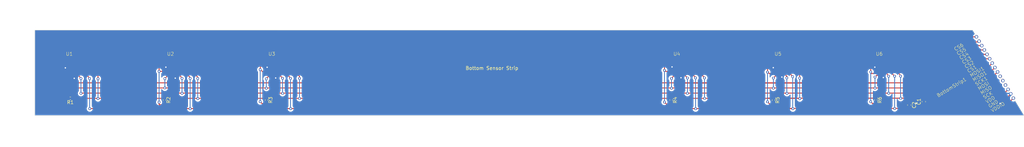
<source format=kicad_pcb>
(kicad_pcb (version 20221018) (generator pcbnew)
  (layers (0 "F.Cu" signal) (31 "B.Cu" signal) (34 "B.Paste" user) (35 "F.Paste" user) (36 "B.SilkS" user "B.Silkscreen") (37 "F.SilkS" user "F.Silkscreen") (38 "B.Mask" user) (39 "F.Mask" user) (44 "Edge.Cuts" user))
  (net 0 "")
  (net 1 "GND")
  (net 8 "Net-(BottomStrip1-VDDIO)")
  (net 9 "Net-(BottomStrip1-VDD)")
  (net 13 "Net-(BottomStrip1-SCK1)")
  (net 14 "Net-(BottomStrip1-MISO1)")
  (net 15 "Net-(BottomStrip1-MOSI1)")
  (net 16 "Net-(BottomStrip1-CS1)")
  (net 17 "Net-(BottomStrip1-CS2)")
  (net 18 "Net-(BottomStrip1-CS3)")
  (net 19 "Net-(BottomStrip1-CS4)")
  (net 20 "Net-(BottomStrip1-CS5)")
  (net 21 "Net-(BottomStrip1-CS6)")
  (footprint "Resistor_SMD:R_0402_1005Metric" (layer "F.Cu") (at 73.25 68 -90)
    (fp_text reference "R3" (at 0 -1.17 -90) (layer "F.SilkS"))
    (fp_text value "10k")
    (fp_line (start -0.153641 -0.38) (end 0.153641 -0.38) (stroke (width 0.12)) (layer "F.SilkS"))
    (fp_line (start -0.153641 0.38) (end 0.153641 0.38) (stroke (width 0.12)) (layer "F.SilkS"))
    (pad "1" smd roundrect (at -0.51 0 270) (size 0.54 0.64) (layers "F.Cu" "F.Paste" "F.Mask") (net 9 "Net-(BottomStrip1-VDD)"))
    (pad "2" smd roundrect (at 0.51 0 270) (size 0.54 0.64) (layers "F.Cu" "F.Paste" "F.Mask") (net 19 "Net-(BottomStrip1-CS4)"))
  )
  (footprint "Capacitor_SMD:C_0603_1608Metric" (layer "F.Cu") (at 265.53 68.47 90)
    (fp_text reference "C1" (at 0 -1.43 90) (layer "F.SilkS"))
    (fp_text value "470nF")
    (fp_line (start -0.14058 -0.51) (end 0.14058 -0.51) (stroke (width 0.12)) (layer "F.SilkS"))
    (fp_line (start -0.14058 0.51) (end 0.14058 0.51) (stroke (width 0.12)) (layer "F.SilkS"))
    (pad "1" smd roundrect (at -0.775 0 90) (size 0.9 0.95) (layers "F.Cu" "F.Paste" "F.Mask") (net 1 "GND"))
    (pad "2" smd roundrect (at 0.775 0 90) (size 0.9 0.95) (layers "F.Cu" "F.Paste" "F.Mask") (net 9 "Net-(BottomStrip1-VDD)"))
  )
  (footprint "Resistor_SMD:R_0402_1005Metric" (layer "F.Cu") (at 15.85 67.5 180)
    (fp_text reference "R1" (at 0 -1.17 180) (layer "F.SilkS"))
    (fp_text value "10k")
    (fp_line (start -0.153641 -0.38) (end 0.153641 -0.38) (stroke (width 0.12)) (layer "F.SilkS"))
    (fp_line (start -0.153641 0.38) (end 0.153641 0.38) (stroke (width 0.12)) (layer "F.SilkS"))
    (pad "1" smd roundrect (at -0.51 0 180) (size 0.54 0.64) (layers "F.Cu" "F.Paste" "F.Mask") (net 9 "Net-(BottomStrip1-VDD)"))
    (pad "2" smd roundrect (at 0.51 0 180) (size 0.54 0.64) (layers "F.Cu" "F.Paste" "F.Mask") (net 21 "Net-(BottomStrip1-CS6)"))
  )
  (footprint "BMP581:BMP581_Landing_Pattern" (layer "F.Cu") (at 45.16 59.95)
    (fp_text reference "U2" (at 0 -5.5 unlocked) (layer "F.SilkS") (effects (font (thickness 0.1))))
    (fp_text value "~")
    (pad "1" smd rect (at 0.75 -0.25) (size 0.325 0.3) (layers "F.Cu" "F.Paste" "F.Mask") (net 8 "Net-(BottomStrip1-VDDIO)"))
    (pad "2" smd rect (at 0.75 0.25) (size 0.325 0.3) (layers "F.Cu" "F.Paste" "F.Mask") (net 13 "Net-(BottomStrip1-SCK1)"))
    (pad "3" smd rect (at 0.5 0.775) (size 0.3 0.325) (layers "F.Cu" "F.Paste" "F.Mask") (net 1 "GND"))
    (pad "4" smd rect (at 0 0.775) (size 0.3 0.325) (layers "F.Cu" "F.Paste" "F.Mask") (net 15 "Net-(BottomStrip1-MOSI1)"))
    (pad "5" smd rect (at -0.5 0.775) (size 0.3 0.325) (layers "F.Cu" "F.Paste" "F.Mask") (net 14 "Net-(BottomStrip1-MISO1)"))
    (pad "6" smd rect (at -0.75 0.25) (size 0.325 0.3) (layers "F.Cu" "F.Paste" "F.Mask") (net 20 "Net-(BottomStrip1-CS5)"))
    (pad "7" smd rect (at -0.75 -0.25) (size 0.325 0.3) (layers "F.Cu" "F.Paste" "F.Mask"))
    (pad "8" smd rect (at -0.5 -0.775) (size 0.3 0.325) (layers "F.Cu" "F.Paste" "F.Mask") (net 1 "GND"))
    (pad "9" smd rect (at 0 -0.775) (size 0.3 0.325) (layers "F.Cu" "F.Paste" "F.Mask") (net 1 "GND"))
    (pad "10" smd rect (at 0.5 -0.775) (size 0.3 0.325) (layers "F.Cu" "F.Paste" "F.Mask") (net 9 "Net-(BottomStrip1-VDD)"))
  )
  (footprint "BMP581:BMP581_Landing_Pattern" (layer "F.Cu") (at 222.88 59.95)
    (fp_text reference "U5" (at 0 -5.5 unlocked) (layer "F.SilkS") (effects (font (thickness 0.1))))
    (fp_text value "~")
    (pad "1" smd rect (at 0.75 -0.25) (size 0.325 0.3) (layers "F.Cu" "F.Paste" "F.Mask") (net 8 "Net-(BottomStrip1-VDDIO)"))
    (pad "2" smd rect (at 0.75 0.25) (size 0.325 0.3) (layers "F.Cu" "F.Paste" "F.Mask") (net 13 "Net-(BottomStrip1-SCK1)"))
    (pad "3" smd rect (at 0.5 0.775) (size 0.3 0.325) (layers "F.Cu" "F.Paste" "F.Mask") (net 1 "GND"))
    (pad "4" smd rect (at 0 0.775) (size 0.3 0.325) (layers "F.Cu" "F.Paste" "F.Mask") (net 15 "Net-(BottomStrip1-MOSI1)"))
    (pad "5" smd rect (at -0.5 0.775) (size 0.3 0.325) (layers "F.Cu" "F.Paste" "F.Mask") (net 14 "Net-(BottomStrip1-MISO1)"))
    (pad "6" smd rect (at -0.75 0.25) (size 0.325 0.3) (layers "F.Cu" "F.Paste" "F.Mask") (net 17 "Net-(BottomStrip1-CS2)"))
    (pad "7" smd rect (at -0.75 -0.25) (size 0.325 0.3) (layers "F.Cu" "F.Paste" "F.Mask"))
    (pad "8" smd rect (at -0.5 -0.775) (size 0.3 0.325) (layers "F.Cu" "F.Paste" "F.Mask") (net 1 "GND"))
    (pad "9" smd rect (at 0 -0.775) (size 0.3 0.325) (layers "F.Cu" "F.Paste" "F.Mask") (net 1 "GND"))
    (pad "10" smd rect (at 0.5 -0.775) (size 0.3 0.325) (layers "F.Cu" "F.Paste" "F.Mask") (net 9 "Net-(BottomStrip1-VDD)"))
  )
  (footprint "Capacitor_SMD:C_0603_1608Metric" (layer "F.Cu") (at 261.28 69.47 -90)
    (fp_text reference "C2" (at 0 -1.43 90) (layer "F.SilkS"))
    (fp_text value "470nF")
    (fp_line (start -0.14058 -0.51) (end 0.14058 -0.51) (stroke (width 0.12)) (layer "F.SilkS"))
    (fp_line (start -0.14058 0.51) (end 0.14058 0.51) (stroke (width 0.12)) (layer "F.SilkS"))
    (pad "1" smd roundrect (at -0.775 0 270) (size 0.9 0.95) (layers "F.Cu" "F.Paste" "F.Mask") (net 1 "GND"))
    (pad "2" smd roundrect (at 0.775 0 270) (size 0.9 0.95) (layers "F.Cu" "F.Paste" "F.Mask") (net 8 "Net-(BottomStrip1-VDDIO)"))
  )
  (footprint "BMP581:Strip_pins_bottom" (layer "F.Cu") (at 285.05 59.22 30.97)
    (fp_text reference "BottomStrip1" (at -12.375 -1.525 30.97 unlocked) (layer "F.SilkS") (effects (font (thickness 0.1))))
    (fp_text value "std_master_output")
    (fp_text user "MISO1" (at -6 0.5 30.97 unlocked) (layer "F.SilkS") (effects (font (thickness 0.1)) (justify left bottom)))
    (fp_text user "MOSI1" (at -6 -1 30.97 unlocked) (layer "F.SilkS") (effects (font (thickness 0.1)) (justify left bottom)))
    (fp_text user "GND" (at -6 9.5 30.97 unlocked) (layer "F.SilkS") (effects (font (thickness 0.1)) (justify left bottom)))
    (fp_text user "SCK" (at -6 6.5 30.97 unlocked) (layer "F.SilkS") (effects (font (thickness 0.1)) (justify left bottom)))
    (fp_text user "CS4" (at -6 -7 30.97 unlocked) (layer "F.SilkS") (effects (font (thickness 0.1)) (justify left bottom)))
    (fp_text user "CS2" (at -6 -4 30.97 unlocked) (layer "F.SilkS") (effects (font (thickness 0.1)) (justify left bottom)))
    (fp_text user "MOSI" (at -6 3.5 30.97 unlocked) (layer "F.SilkS") (effects (font (thickness 0.1)) (justify left bottom)))
    (fp_text user "VDDIO" (at -6 11 30.97 unlocked) (layer "F.SilkS") (effects (font (thickness 0.1)) (justify left bottom)))
    (fp_text user "SCK1" (at -6 2 30.97 unlocked) (layer "F.SilkS") (effects (font (thickness 0.1)) (justify left bottom)))
    (fp_text user "CS3" (at -6 -5.5 30.97 unlocked) (layer "F.SilkS") (effects (font (thickness 0.1)) (justify left bottom)))
    (fp_text user "CS1" (at -6 -2.5 30.97 unlocked) (layer "F.SilkS") (effects (font (thickness 0.1)) (justify left bottom)))
    (fp_text user "VDD" (at -6 8 30.97 unlocked) (layer "F.SilkS") (effects (font (thickness 0.1)) (justify left bottom)))
    (fp_text user "MISO" (at -6 5 30.97 unlocked) (layer "F.SilkS") (effects (font (thickness 0.1)) (justify left bottom)))
    (fp_text user "CS6" (at -6 -10 30.97 unlocked) (layer "F.SilkS") (effects (font (thickness 0.1)) (justify left bottom)))
    (fp_text user "CS5" (at -6 -8.5 30.97 unlocked) (layer "F.SilkS") (effects (font (thickness 0.1)) (justify left bottom)))
    (pad "1" thru_hole circle (at 1.5 10.5 30.97) (size 1 1) (drill 0.6) (layers "*.Cu" "*.Mask") (net 8 "Net-(BottomStrip1-VDDIO)"))
    (pad "2" thru_hole circle (at 1.5 9 30.97) (size 1 1) (drill 0.6) (layers "*.Cu" "*.Mask") (net 1 "GND"))
    (pad "3" thru_hole circle (at 1.5 7.5 30.97) (size 1 1) (drill 0.6) (layers "*.Cu" "*.Mask") (net 9 "Net-(BottomStrip1-VDD)"))
    (pad "4" thru_hole circle (at 1.5 6 30.97) (size 1 1) (drill 0.6) (layers "*.Cu" "*.Mask"))
    (pad "5" thru_hole circle (at 1.5 4.5 30.97) (size 1 1) (drill 0.6) (layers "*.Cu" "*.Mask"))
    (pad "6" thru_hole circle (at 1.5 3 30.97) (size 1 1) (drill 0.6) (layers "*.Cu" "*.Mask"))
    (pad "7" thru_hole circle (at 1.5 1.5 30.97) (size 1 1) (drill 0.6) (layers "*.Cu" "*.Mask") (net 13 "Net-(BottomStrip1-SCK1)"))
    (pad "8" thru_hole circle (at 1.5 0 30.97) (size 1 1) (drill 0.6) (layers "*.Cu" "*.Mask") (net 14 "Net-(BottomStrip1-MISO1)"))
    (pad "9" thru_hole circle (at 1.5 -1.5 30.97) (size 1 1) (drill 0.6) (layers "*.Cu" "*.Mask") (net 15 "Net-(BottomStrip1-MOSI1)"))
    (pad "10" thru_hole circle (at 1.5 -3 30.97) (size 1 1) (drill 0.6) (layers "*.Cu" "*.Mask") (net 16 "Net-(BottomStrip1-CS1)"))
    (pad "11" thru_hole circle (at 1.5 -4.5 30.97) (size 1 1) (drill 0.6) (layers "*.Cu" "*.Mask") (net 17 "Net-(BottomStrip1-CS2)"))
    (pad "12" thru_hole circle (at 1.5 -6 30.97) (size 1 1) (drill 0.6) (layers "*.Cu" "*.Mask") (net 18 "Net-(BottomStrip1-CS3)"))
    (pad "13" thru_hole circle (at 1.5 -7.5 30.97) (size 1 1) (drill 0.6) (layers "*.Cu" "*.Mask") (net 19 "Net-(BottomStrip1-CS4)"))
    (pad "14" thru_hole circle (at 1.5 -9 30.97) (size 1 1) (drill 0.6) (layers "*.Cu" "*.Mask") (net 20 "Net-(BottomStrip1-CS5)"))
    (pad "15" thru_hole circle (at 1.5 -10.5 30.97) (size 1 1) (drill 0.6) (layers "*.Cu" "*.Mask") (net 21 "Net-(BottomStrip1-CS6)"))
  )
  (footprint "Resistor_SMD:R_0402_1005Metric" (layer "F.Cu") (at 43.425 68 -90)
    (fp_text reference "R2" (at 0 -1.17 -90) (layer "F.SilkS"))
    (fp_text value "10k")
    (fp_line (start -0.153641 -0.38) (end 0.153641 -0.38) (stroke (width 0.12)) (layer "F.SilkS"))
    (fp_line (start -0.153641 0.38) (end 0.153641 0.38) (stroke (width 0.12)) (layer "F.SilkS"))
    (pad "1" smd roundrect (at -0.51 0 270) (size 0.54 0.64) (layers "F.Cu" "F.Paste" "F.Mask") (net 9 "Net-(BottomStrip1-VDD)"))
    (pad "2" smd roundrect (at 0.51 0 270) (size 0.54 0.64) (layers "F.Cu" "F.Paste" "F.Mask") (net 20 "Net-(BottomStrip1-CS5)"))
  )
  (footprint "BMP581:BMP581_Landing_Pattern" (layer "F.Cu") (at 252.5 59.95)
    (fp_text reference "U6" (at 0 -5.5 unlocked) (layer "F.SilkS") (effects (font (thickness 0.1))))
    (fp_text value "~")
    (pad "1" smd rect (at 0.75 -0.25) (size 0.325 0.3) (layers "F.Cu" "F.Paste" "F.Mask") (net 8 "Net-(BottomStrip1-VDDIO)"))
    (pad "2" smd rect (at 0.75 0.25) (size 0.325 0.3) (layers "F.Cu" "F.Paste" "F.Mask") (net 13 "Net-(BottomStrip1-SCK1)"))
    (pad "3" smd rect (at 0.5 0.775) (size 0.3 0.325) (layers "F.Cu" "F.Paste" "F.Mask") (net 1 "GND"))
    (pad "4" smd rect (at 0 0.775) (size 0.3 0.325) (layers "F.Cu" "F.Paste" "F.Mask") (net 15 "Net-(BottomStrip1-MOSI1)"))
    (pad "5" smd rect (at -0.5 0.775) (size 0.3 0.325) (layers "F.Cu" "F.Paste" "F.Mask") (net 14 "Net-(BottomStrip1-MISO1)"))
    (pad "6" smd rect (at -0.75 0.25) (size 0.325 0.3) (layers "F.Cu" "F.Paste" "F.Mask") (net 16 "Net-(BottomStrip1-CS1)"))
    (pad "7" smd rect (at -0.75 -0.25) (size 0.325 0.3) (layers "F.Cu" "F.Paste" "F.Mask"))
    (pad "8" smd rect (at -0.5 -0.775) (size 0.3 0.325) (layers "F.Cu" "F.Paste" "F.Mask") (net 1 "GND"))
    (pad "9" smd rect (at 0 -0.775) (size 0.3 0.325) (layers "F.Cu" "F.Paste" "F.Mask") (net 1 "GND"))
    (pad "10" smd rect (at 0.5 -0.775) (size 0.3 0.325) (layers "F.Cu" "F.Paste" "F.Mask") (net 9 "Net-(BottomStrip1-VDD)"))
  )
  (footprint "BMP581:BMP581_Landing_Pattern" (layer "F.Cu") (at 15.54 59.95)
    (fp_text reference "U1" (at 0 -5.5 unlocked) (layer "F.SilkS") (effects (font (thickness 0.1))))
    (fp_text value "~")
    (pad "1" smd rect (at 0.75 -0.25) (size 0.325 0.3) (layers "F.Cu" "F.Paste" "F.Mask") (net 8 "Net-(BottomStrip1-VDDIO)"))
    (pad "2" smd rect (at 0.75 0.25) (size 0.325 0.3) (layers "F.Cu" "F.Paste" "F.Mask") (net 13 "Net-(BottomStrip1-SCK1)"))
    (pad "3" smd rect (at 0.5 0.775) (size 0.3 0.325) (layers "F.Cu" "F.Paste" "F.Mask") (net 1 "GND"))
    (pad "4" smd rect (at 0 0.775) (size 0.3 0.325) (layers "F.Cu" "F.Paste" "F.Mask") (net 15 "Net-(BottomStrip1-MOSI1)"))
    (pad "5" smd rect (at -0.5 0.775) (size 0.3 0.325) (layers "F.Cu" "F.Paste" "F.Mask") (net 14 "Net-(BottomStrip1-MISO1)"))
    (pad "6" smd rect (at -0.75 0.25) (size 0.325 0.3) (layers "F.Cu" "F.Paste" "F.Mask") (net 21 "Net-(BottomStrip1-CS6)"))
    (pad "7" smd rect (at -0.75 -0.25) (size 0.325 0.3) (layers "F.Cu" "F.Paste" "F.Mask"))
    (pad "8" smd rect (at -0.5 -0.775) (size 0.3 0.325) (layers "F.Cu" "F.Paste" "F.Mask") (net 1 "GND"))
    (pad "9" smd rect (at 0 -0.775) (size 0.3 0.325) (layers "F.Cu" "F.Paste" "F.Mask") (net 1 "GND"))
    (pad "10" smd rect (at 0.5 -0.775) (size 0.3 0.325) (layers "F.Cu" "F.Paste" "F.Mask") (net 9 "Net-(BottomStrip1-VDD)"))
  )
  (footprint "Resistor_SMD:R_0402_1005Metric" (layer "F.Cu") (at 191.625 68 -90)
    (fp_text reference "R4" (at 0 -1.17 -90) (layer "F.SilkS"))
    (fp_text value "10k")
    (fp_line (start -0.153641 -0.38) (end 0.153641 -0.38) (stroke (width 0.12)) (layer "F.SilkS"))
    (fp_line (start -0.153641 0.38) (end 0.153641 0.38) (stroke (width 0.12)) (layer "F.SilkS"))
    (pad "1" smd roundrect (at -0.51 0 270) (size 0.54 0.64) (layers "F.Cu" "F.Paste" "F.Mask") (net 9 "Net-(BottomStrip1-VDD)"))
    (pad "2" smd roundrect (at 0.51 0 270) (size 0.54 0.64) (layers "F.Cu" "F.Paste" "F.Mask") (net 18 "Net-(BottomStrip1-CS3)"))
  )
  (footprint "Resistor_SMD:R_0402_1005Metric" (layer "F.Cu") (at 221.575 68.025 -90)
    (fp_text reference "R5" (at 0 -1.17 -90) (layer "F.SilkS"))
    (fp_text value "10k")
    (fp_line (start -0.153641 -0.38) (end 0.153641 -0.38) (stroke (width 0.12)) (layer "F.SilkS"))
    (fp_line (start -0.153641 0.38) (end 0.153641 0.38) (stroke (width 0.12)) (layer "F.SilkS"))
    (pad "1" smd roundrect (at -0.51 0 270) (size 0.54 0.64) (layers "F.Cu" "F.Paste" "F.Mask") (net 9 "Net-(BottomStrip1-VDD)"))
    (pad "2" smd roundrect (at 0.51 0 270) (size 0.54 0.64) (layers "F.Cu" "F.Paste" "F.Mask") (net 17 "Net-(BottomStrip1-CS2)"))
  )
  (footprint "Resistor_SMD:R_0402_1005Metric" (layer "F.Cu") (at 251.5 68 -90)
    (fp_text reference "R6" (at 0 -1.17 -90) (layer "F.SilkS"))
    (fp_text value "10k")
    (fp_line (start -0.153641 -0.38) (end 0.153641 -0.38) (stroke (width 0.12)) (layer "F.SilkS"))
    (fp_line (start -0.153641 0.38) (end 0.153641 0.38) (stroke (width 0.12)) (layer "F.SilkS"))
    (pad "1" smd roundrect (at -0.51 0 270) (size 0.54 0.64) (layers "F.Cu" "F.Paste" "F.Mask") (net 9 "Net-(BottomStrip1-VDD)"))
    (pad "2" smd roundrect (at 0.51 0 270) (size 0.54 0.64) (layers "F.Cu" "F.Paste" "F.Mask") (net 16 "Net-(BottomStrip1-CS1)"))
  )
  (footprint "BMP581:BMP581_Landing_Pattern" (layer "F.Cu") (at 193.26 59.95)
    (fp_text reference "U4" (at 0 -5.5 unlocked) (layer "F.SilkS") (effects (font (thickness 0.1))))
    (fp_text value "~")
    (pad "1" smd rect (at 0.75 -0.25) (size 0.325 0.3) (layers "F.Cu" "F.Paste" "F.Mask") (net 8 "Net-(BottomStrip1-VDDIO)"))
    (pad "2" smd rect (at 0.75 0.25) (size 0.325 0.3) (layers "F.Cu" "F.Paste" "F.Mask") (net 13 "Net-(BottomStrip1-SCK1)"))
    (pad "3" smd rect (at 0.5 0.775) (size 0.3 0.325) (layers "F.Cu" "F.Paste" "F.Mask") (net 1 "GND"))
    (pad "4" smd rect (at 0 0.775) (size 0.3 0.325) (layers "F.Cu" "F.Paste" "F.Mask") (net 15 "Net-(BottomStrip1-MOSI1)"))
    (pad "5" smd rect (at -0.5 0.775) (size 0.3 0.325) (layers "F.Cu" "F.Paste" "F.Mask") (net 14 "Net-(BottomStrip1-MISO1)"))
    (pad "6" smd rect (at -0.75 0.25) (size 0.325 0.3) (layers "F.Cu" "F.Paste" "F.Mask") (net 18 "Net-(BottomStrip1-CS3)"))
    (pad "7" smd rect (at -0.75 -0.25) (size 0.325 0.3) (layers "F.Cu" "F.Paste" "F.Mask"))
    (pad "8" smd rect (at -0.5 -0.775) (size 0.3 0.325) (layers "F.Cu" "F.Paste" "F.Mask") (net 1 "GND"))
    (pad "9" smd rect (at 0 -0.775) (size 0.3 0.325) (layers "F.Cu" "F.Paste" "F.Mask") (net 1 "GND"))
    (pad "10" smd rect (at 0.5 -0.775) (size 0.3 0.325) (layers "F.Cu" "F.Paste" "F.Mask") (net 9 "Net-(BottomStrip1-VDD)"))
  )
  (footprint "BMP581:BMP581_Landing_Pattern" (layer "F.Cu") (at 74.78 59.95)
    (fp_text reference "U3" (at 0 -5.5 unlocked) (layer "F.SilkS") (effects (font (thickness 0.1))))
    (fp_text value "~")
    (pad "1" smd rect (at 0.75 -0.25) (size 0.325 0.3) (layers "F.Cu" "F.Paste" "F.Mask") (net 8 "Net-(BottomStrip1-VDDIO)"))
    (pad "2" smd rect (at 0.75 0.25) (size 0.325 0.3) (layers "F.Cu" "F.Paste" "F.Mask") (net 13 "Net-(BottomStrip1-SCK1)"))
    (pad "3" smd rect (at 0.5 0.775) (size 0.3 0.325) (layers "F.Cu" "F.Paste" "F.Mask") (net 1 "GND"))
    (pad "4" smd rect (at 0 0.775) (size 0.3 0.325) (layers "F.Cu" "F.Paste" "F.Mask") (net 15 "Net-(BottomStrip1-MOSI1)"))
    (pad "5" smd rect (at -0.5 0.775) (size 0.3 0.325) (layers "F.Cu" "F.Paste" "F.Mask") (net 14 "Net-(BottomStrip1-MISO1)"))
    (pad "6" smd rect (at -0.75 0.25) (size 0.325 0.3) (layers "F.Cu" "F.Paste" "F.Mask") (net 19 "Net-(BottomStrip1-CS4)"))
    (pad "7" smd rect (at -0.75 -0.25) (size 0.325 0.3) (layers "F.Cu" "F.Paste" "F.Mask"))
    (pad "8" smd rect (at -0.5 -0.775) (size 0.3 0.325) (layers "F.Cu" "F.Paste" "F.Mask") (net 1 "GND"))
    (pad "9" smd rect (at 0 -0.775) (size 0.3 0.325) (layers "F.Cu" "F.Paste" "F.Mask") (net 1 "GND"))
    (pad "10" smd rect (at 0.5 -0.775) (size 0.3 0.325) (layers "F.Cu" "F.Paste" "F.Mask") (net 9 "Net-(BottomStrip1-VDD)"))
  )
  (gr_line (start 279.8 47.5) (end 294.8 72.5) (stroke (width 0.1)) (layer "Edge.Cuts"))
  (gr_line (start 294.8 72.5) (end 5.5 72.5) (stroke (width 0.1)) (layer "Edge.Cuts"))
  (gr_line (start 279.8 47.5) (end 5.5 47.5) (stroke (width 0.1)) (layer "Edge.Cuts"))
  (gr_line (start 5.5 72.5) (end 5.5 47.5) (stroke (width 0.1)) (layer "Edge.Cuts"))
  (gr_text "Bottom Sensor Strip" (at 131.4 59.225) (layer "F.SilkS") (effects (font (size 1 1)) (justify left bottom)))
  (segment (start 44.625 59.175) (end 43.8 58.35) (width 0.25) (layer "F.Cu") (net 1))
  (segment (start 252.5 59.175) (end 252 59.175) (width 0.25) (layer "F.Cu") (net 1))
  (segment (start 16.04 60.725) (end 16.15 60.725) (width 0.25) (layer "F.Cu") (net 1))
  (segment (start 261.28 68.695) (end 263.005 68.695) (width 0.25) (layer "F.Cu") (net 1))
  (segment (start 222.38 59.175) (end 222.175 59.175) (width 0.25) (layer "F.Cu") (net 1))
  (segment (start 74.28 59.175) (end 74.2 59.175) (width 0.25) (layer "F.Cu") (net 1))
  (segment (start 288.182506 68.95) (end 290.967458 66.165048) (width 0.25) (layer "F.Cu") (net 1))
  (segment (start 193.775 60.725) (end 194.5 61.45) (width 0.25) (layer "F.Cu") (net 1))
  (segment (start 45.66 60.725) (end 45.66 60.735) (width 0.25) (layer "F.Cu") (net 1))
  (segment (start 75.28 60.83) (end 75.925 61.475) (width 0.25) (layer "F.Cu") (net 1))
  (segment (start 45.16 59.175) (end 44.66 59.175) (width 0.25) (layer "F.Cu") (net 1))
  (segment (start 253.025 60.725) (end 253.7 61.4) (width 0.25) (layer "F.Cu") (net 1))
  (segment (start 192.76 59.175) (end 192.7 59.175) (width 0.25) (layer "F.Cu") (net 1))
  (segment (start 263.005 68.695) (end 263.28 68.97) (width 0.25) (layer "F.Cu") (net 1))
  (segment (start 191.875 58.275) (end 191.8 58.275) (width 0.25) (layer "F.Cu") (net 1))
  (segment (start 192.7 59.175) (end 191.875 58.35) (width 0.25) (layer "F.Cu") (net 1))
  (segment (start 45.66 60.735) (end 46.55 61.575) (width 0.25) (layer "F.Cu") (net 1))
  (segment (start 223.38 60.725) (end 223.475 60.725) (width 0.25) (layer "F.Cu") (net 1))
  (segment (start 263.28 68.97) (end 263.555 69.245) (width 0.25) (layer "F.Cu") (net 1))
  (segment (start 263.555 69.245) (end 265.53 69.245) (width 0.25) (layer "F.Cu") (net 1))
  (segment (start 44.66 59.175) (end 44.625 59.175) (width 0.25) (layer "F.Cu") (net 1))
  (segment (start 75.28 60.725) (end 75.28 60.83) (width 0.25) (layer "F.Cu") (net 1))
  (segment (start 252 59.175) (end 251.975 59.175) (width 0.25) (layer "F.Cu") (net 1))
  (segment (start 15.54 59.175) (end 15.04 59.175) (width 0.25) (layer "F.Cu") (net 1))
  (segment (start 74.2 59.175) (end 73.425 58.4) (width 0.25) (layer "F.Cu") (net 1))
  (segment (start 193.26 59.175) (end 192.76 59.175) (width 0.25) (layer "F.Cu") (net 1))
  (segment (start 222.88 59.175) (end 222.38 59.175) (width 0.25) (layer "F.Cu") (net 1))
  (segment (start 15.04 59.175) (end 15 59.175) (width 0.25) (layer "F.Cu") (net 1))
  (segment (start 16.15 60.725) (end 17 61.625) (width 0.25) (layer "F.Cu") (net 1))
  (segment (start 222.175 59.175) (end 221.5 58.5) (width 0.25) (layer "F.Cu") (net 1))
  (segment (start 15 59.175) (end 14.4 58.55) (width 0.25) (layer "F.Cu") (net 1))
  (segment (start 253 60.725) (end 253.025 60.725) (width 0.25) (layer "F.Cu") (net 1))
  (segment (start 191.875 58.35) (end 191.875 58.275) (width 0.25) (layer "F.Cu") (net 1))
  (segment (start 223.475 60.725) (end 224 61.25) (width 0.25) (layer "F.Cu") (net 1))
  (segment (start 191.8 58.275) (end 191.925 58.4) (width 0.25) (layer "F.Cu") (net 1))
  (segment (start 74.78 59.175) (end 74.28 59.175) (width 0.25) (layer "F.Cu") (net 1))
  (segment (start 251.975 59.175) (end 251.2 58.4) (width 0.25) (layer "F.Cu") (net 1))
  (segment (start 193.76 60.725) (end 193.775 60.725) (width 0.25) (layer "F.Cu") (net 1))
  (via (at 224 61.25) (size 0.8) (drill 0.4) (layers "F.Cu" "B.Cu") (net 1))
  (via (at 75.925 61.525) (size 0.8) (drill 0.4) (layers "F.Cu" "B.Cu") (net 1))
  (via (at 46.55 61.575) (size 0.8) (drill 0.4) (layers "F.Cu" "B.Cu") (net 1))
  (via (at 221.5 58.5) (size 0.8) (drill 0.4) (layers "F.Cu" "B.Cu") (net 1))
  (via (at 17 61.625) (size 0.8) (drill 0.4) (layers "F.Cu" "B.Cu") (net 1))
  (via (at 263.28 68.97) (size 0.8) (drill 0.4) (layers "F.Cu" "B.Cu") (net 1))
  (via (at 251.2 58.35) (size 0.8) (drill 0.4) (layers "F.Cu" "B.Cu") (net 1))
  (via (at 43.8 58.35) (size 0.8) (drill 0.4) (layers "F.Cu" "B.Cu") (net 1))
  (via (at 191.875 58.275) (size 0.8) (drill 0.4) (layers "F.Cu" "B.Cu") (net 1))
  (via (at 253.7 61.4) (size 0.8) (drill 0.4) (layers "F.Cu" "B.Cu") (net 1))
  (via (at 73.425 58.375) (size 0.8) (drill 0.4) (layers "F.Cu" "B.Cu") (net 1))
  (via (at 14.4 58.55) (size 0.8) (drill 0.4) (layers "F.Cu" "B.Cu") (net 1))
  (via (at 194.5 61.45) (size 0.8) (drill 0.4) (layers "F.Cu" "B.Cu") (net 1))
  (via (at 287.86 68.99) (size 0.8) (drill 0.4) (layers "F.Cu" "B.Cu") (net 1))
  (segment (start 224.3 59.375) (end 225.7 59.375) (width 0.25) (layer "F.Cu") (net 8))
  (segment (start 227.175 70.5) (end 80.325 70.5) (width 0.25) (layer "F.Cu") (net 8))
  (segment (start 75.53 59.7) (end 75.775 59.7) (width 0.25) (layer "F.Cu") (net 8))
  (segment (start 21.65 61.7) (end 21.55 61.6) (width 0.25) (layer "F.Cu") (net 8))
  (segment (start 21.5 61.55) (end 21.5 61.7) (width 0.25) (layer "F.Cu") (net 8))
  (segment (start 194.01 59.7) (end 194.225 59.7) (width 0.25) (layer "F.Cu") (net 8))
  (segment (start 50.975 61.45) (end 50.9 61.65) (width 0.25) (layer "F.Cu") (net 8))
  (segment (start 75.775 59.7) (end 76.4 59.075) (width 0.25) (layer "F.Cu") (net 8))
  (segment (start 198.775 61.375) (end 198.775 61.5) (width 0.25) (layer "F.Cu") (net 8))
  (segment (start 225.7 59.375) (end 227.175 61.15) (width 0.25) (layer "F.Cu") (net 8))
  (segment (start 80.325 70.5) (end 80.3 70.525) (width 0.25) (layer "F.Cu") (net 8))
  (segment (start 50.9 61.65) (end 50.975 61.625) (width 0.25) (layer "F.Cu") (net 8))
  (segment (start 77.825 59.075) (end 80.275 61.525) (width 0.25) (layer "F.Cu") (net 8))
  (segment (start 255.25 59.25) (end 257 61) (width 0.25) (layer "F.Cu") (net 8))
  (segment (start 223.975 59.7) (end 224.275 59.4) (width 0.25) (layer "F.Cu") (net 8))
  (segment (start 46.9 59.05) (end 48.575 59.05) (width 0.25) (layer "F.Cu") (net 8))
  (segment (start 223.63 59.7) (end 223.975 59.7) (width 0.25) (layer "F.Cu") (net 8))
  (segment (start 16.29 59.7) (end 16.55 59.7) (width 0.25) (layer "F.Cu") (net 8))
  (segment (start 253.25 59.7) (end 253.3 59.7) (width 0.25) (layer "F.Cu") (net 8))
  (segment (start 196.7 59.3) (end 198.775 61.375) (width 0.25) (layer "F.Cu") (net 8))
  (segment (start 46.25 59.7) (end 46.9 59.05) (width 0.25) (layer "F.Cu") (net 8))
  (segment (start 194.625 59.3) (end 196.7 59.3) (width 0.25) (layer "F.Cu") (net 8))
  (segment (start 80.275 61.525) (end 80.275 61.65) (width 0.25) (layer "F.Cu") (net 8))
  (segment (start 198.775 61.5) (end 198.9 61.5) (width 0.25) (layer "F.Cu") (net 8))
  (segment (start 48.575 59.05) (end 50.975 61.45) (width 0.25) (layer "F.Cu") (net 8))
  (segment (start 76.4 59.075) (end 77.825 59.075) (width 0.25) (layer "F.Cu") (net 8))
  (segment (start 253.3 59.7) (end 253.75 59.25) (width 0.25) (layer "F.Cu") (net 8))
  (segment (start 217.625 70.45) (end 288.740545 70.45) (width 0.25) (layer "F.Cu") (net 8))
  (segment (start 253.75 59.25) (end 255.25 59.25) (width 0.25) (layer "F.Cu") (net 8))
  (segment (start 21.5 61.7) (end 21.65 61.7) (width 0.25) (layer "F.Cu") (net 8))
  (segment (start 80.275 61.65) (end 80.4 61.65) (width 0.25) (layer "F.Cu") (net 8))
  (segment (start 80.275 70.5) (end 21.55 70.5) (width 0.25) (layer "F.Cu") (net 8))
  (segment (start 45.91 59.7) (end 46.25 59.7) (width 0.25) (layer "F.Cu") (net 8))
  (segment (start 16.55 59.7) (end 16.9 59.35) (width 0.25) (layer "F.Cu") (net 8))
  (segment (start 224.275 59.4) (end 224.3 59.375) (width 0.25) (layer "F.Cu") (net 8))
  (segment (start 80.4 61.65) (end 80.3 61.55) (width 0.25) (layer "F.Cu") (net 8))
  (segment (start 80.3 70.525) (end 80.275 70.5) (width 0.25) (layer "F.Cu") (net 8))
  (segment (start 16.9 59.35) (end 19.3 59.35) (width 0.25) (layer "F.Cu") (net 8))
  (segment (start 194.225 59.7) (end 194.625 59.3) (width 0.25) (layer "F.Cu") (net 8))
  (segment (start 288.740545 70.45) (end 291.739342 67.451203) (width 0.25) (layer "F.Cu") (net 8))
  (segment (start 198.9 61.5) (end 198.875 61.475) (width 0.25) (layer "F.Cu") (net 8))
  (segment (start 19.3 59.35) (end 21.5 61.55) (width 0.25) (layer "F.Cu") (net 8))
  (via (at 50.9 61.65) (size 0.8) (drill 0.4) (layers "F.Cu" "B.Cu") (net 8))
  (via (at 198.775 61.5) (size 0.8) (drill 0.4) (layers "F.Cu" "B.Cu") (net 8))
  (via (at 257 70.5) (size 0.8) (drill 0.4) (layers "F.Cu" "B.Cu") (net 8))
  (via (at 80.275 61.65) (size 0.8) (drill 0.4) (layers "F.Cu" "B.Cu") (net 8))
  (via (at 21.525 70.525) (size 0.8) (drill 0.4) (layers "F.Cu" "B.Cu") (net 8))
  (via (at 21.5 61.7) (size 0.8) (drill 0.4) (layers "F.Cu" "B.Cu") (net 8))
  (via (at 50.9 70.55) (size 0.8) (drill 0.4) (layers "F.Cu" "B.Cu") (net 8))
  (via (at 80.3 70.525) (size 0.8) (drill 0.4) (layers "F.Cu" "B.Cu") (net 8))
  (via (at 198.775 70.55) (size 0.8) (drill 0.4) (layers "F.Cu" "B.Cu") (net 8))
  (via (at 227.175 61.15) (size 0.8) (drill 0.4) (layers "F.Cu" "B.Cu") (net 8))
  (via (at 257 61) (size 0.8) (drill 0.4) (layers "F.Cu" "B.Cu") (net 8))
  (via (at 227.225 70.55) (size 0.8) (drill 0.4) (layers "F.Cu" "B.Cu") (net 8))
  (segment (start 227.175 61.15) (end 227.175 70.5) (width 0.25) (layer "B.Cu") (net 8))
  (segment (start 80.275 61.65) (end 80.275 70.5) (width 0.25) (layer "B.Cu") (net 8))
  (segment (start 198.775 61.5) (end 198.775 70.55) (width 0.25) (layer "B.Cu") (net 8))
  (segment (start 257 61) (end 257 70.5) (width 0.25) (layer "B.Cu") (net 8))
  (segment (start 21.5 61.7) (end 21.5 70.5) (width 0.25) (layer "B.Cu") (net 8))
  (segment (start 50.9 61.65) (end 50.9 70.55) (width 0.25) (layer "B.Cu") (net 8))
  (segment (start 46.475 57.7) (end 49.55 57.7) (width 0.25) (layer "F.Cu") (net 9))
  (segment (start 253.5 58.25) (end 256.25 58.25) (width 0.25) (layer "F.Cu") (net 9))
  (segment (start 79.575 57.725) (end 82.9 61.05) (width 0.25) (layer "F.Cu") (net 9))
  (segment (start 197.875 57.9) (end 201.375 61.4) (width 0.25) (layer "F.Cu") (net 9))
  (segment (start 223.38 59.175) (end 223.38 58.995) (width 0.25) (layer "F.Cu") (net 9))
  (segment (start 53.125 61.275) (end 53.125 61.675) (width 0.25) (layer "F.Cu") (net 9))
  (segment (start 226.575 57.875) (end 229.2 60.5) (width 0.25) (layer "F.Cu") (net 9))
  (segment (start 45.66 59.175) (end 45.66 58.515) (width 0.25) (layer "F.Cu") (net 9))
  (segment (start 201.375 61.5) (end 201.475 61.5) (width 0.25) (layer "F.Cu") (net 9))
  (segment (start 256.25 58.25) (end 258.75 60.75) (width 0.25) (layer "F.Cu") (net 9))
  (segment (start 53.15 67.575) (end 53.075 67.5) (width 0.25) (layer "F.Cu") (net 9))
  (segment (start 16.04 58.81) (end 16.875 57.975) (width 0.25) (layer "F.Cu") (net 9))
  (segment (start 75.28 59.175) (end 75.28 58.52) (width 0.25) (layer "F.Cu") (net 9))
  (segment (start 194.6 57.9) (end 197.875 57.9) (width 0.25) (layer "F.Cu") (net 9))
  (segment (start 23.925 60.625) (end 23.95 61.75) (width 0.25) (layer "F.Cu") (net 9))
  (segment (start 45.66 58.515) (end 46.475 57.7) (width 0.25) (layer "F.Cu") (net 9))
  (segment (start 75.28 58.52) (end 76.075 57.725) (width 0.25) (layer "F.Cu") (net 9))
  (segment (start 21.275 57.975) (end 23.925 60.625) (width 0.25) (layer "F.Cu") (net 9))
  (segment (start 229.15 67.5) (end 201.425 67.5) (width 0.25) (layer "F.Cu") (net 9))
  (segment (start 193.76 58.74) (end 194.6 57.9) (width 0.25) (layer "F.Cu") (net 9))
  (segment (start 82.9 61.05) (end 82.9 61.65) (width 0.25) (layer "F.Cu") (net 9))
  (segment (start 253 58.75) (end 253.5 58.25) (width 0.25) (layer "F.Cu") (net 9))
  (segment (start 253 59.175) (end 253 58.75) (width 0.25) (layer "F.Cu") (net 9))
  (segment (start 224.5 57.875) (end 226.575 57.875) (width 0.25) (layer "F.Cu") (net 9))
  (segment (start 229.2 60.5) (end 229.225 61.575) (width 0.25) (layer "F.Cu") (net 9))
  (segment (start 76.075 57.725) (end 79.575 57.725) (width 0.25) (layer "F.Cu") (net 9))
  (segment (start 16.04 59.175) (end 16.04 58.81) (width 0.25) (layer "F.Cu") (net 9))
  (segment (start 219.7 67.45) (end 287.624467 67.45) (width 0.25) (layer "F.Cu") (net 9))
  (segment (start 49.55 57.7) (end 53.125 61.275) (width 0.25) (layer "F.Cu") (net 9))
  (segment (start 201.375 67.5) (end 53.225 67.5) (width 0.25) (layer "F.Cu") (net 9))
  (segment (start 287.624467 67.45) (end 290.195574 64.878893) (width 0.25) (layer "F.Cu") (net 9))
  (segment (start 201.4 67.525) (end 201.375 67.5) (width 0.25) (layer "F.Cu") (net 9))
  (segment (start 223.38 58.995) (end 224.5 57.875) (width 0.25) (layer "F.Cu") (net 9))
  (segment (start 53.225 67.5) (end 53.15 67.575) (width 0.25) (layer "F.Cu") (net 9))
  (segment (start 193.76 59.175) (end 193.76 58.74) (width 0.25) (layer "F.Cu") (net 9))
  (segment (start 201.425 67.5) (end 201.4 67.525) (width 0.25) (layer "F.Cu") (net 9))
  (segment (start 16.875 57.975) (end 21.275 57.975) (width 0.25) (layer "F.Cu") (net 9))
  (segment (start 201.475 61.5) (end 201.4 61.425) (width 0.25) (layer "F.Cu") (net 9))
  (segment (start 201.375 61.4) (end 201.375 61.5) (width 0.25) (layer "F.Cu") (net 9))
  (segment (start 53.075 67.5) (end 16.35 67.5) (width 0.25) (layer "F.Cu") (net 9))
  (via (at 23.95 61.75) (size 0.8) (drill 0.4) (layers "F.Cu" "B.Cu") (net 9))
  (via (at 82.9 61.65) (size 0.8) (drill 0.4) (layers "F.Cu" "B.Cu") (net 9))
  (via (at 258.75 67.5) (size 0.8) (drill 0.4) (layers "F.Cu" "B.Cu") (net 9))
  (via (at 201.375 61.5) (size 0.8) (drill 0.4) (layers "F.Cu" "B.Cu") (net 9))
  (via (at 229.25 67.6) (size 0.8) (drill 0.4) (layers "F.Cu" "B.Cu") (net 9))
  (via (at 82.9 67.525) (size 0.8) (drill 0.4) (layers "F.Cu" "B.Cu") (net 9))
  (via (at 229.225 61.575) (size 0.8) (drill 0.4) (layers "F.Cu" "B.Cu") (net 9))
  (via (at 201.4 67.525) (size 0.8) (drill 0.4) (layers "F.Cu" "B.Cu") (net 9))
  (via (at 53.125 61.675) (size 0.8) (drill 0.4) (layers "F.Cu" "B.Cu") (net 9))
  (via (at 23.95 67.575) (size 0.8) (drill 0.4) (layers "F.Cu" "B.Cu") (net 9))
  (via (at 258.75 61) (size 0.8) (drill 0.4) (layers "F.Cu" "B.Cu") (net 9))
  (via (at 53.15 67.575) (size 0.8) (drill 0.4) (layers "F.Cu" "B.Cu") (net 9))
  (segment (start 82.9 61.65) (end 82.9 67.525) (width 0.25) (layer "B.Cu") (net 9))
  (segment (start 53.125 61.675) (end 53.125 67.5) (width 0.25) (layer "B.Cu") (net 9))
  (segment (start 229.225 61.575) (end 229.225 67.5) (width 0.25) (layer "B.Cu") (net 9))
  (segment (start 23.95 61.75) (end 23.95 67.575) (width 0.25) (layer "B.Cu") (net 9))
  (segment (start 258.75 61) (end 258.75 67.5) (width 0.25) (layer "B.Cu") (net 9))
  (segment (start 201.375 61.5) (end 201.375 67.5) (width 0.25) (layer "B.Cu") (net 9))
  (segment (start 194.01 60.2) (end 195.1 60.2) (width 0.25) (layer "F.Cu") (net 13))
  (segment (start 225.55 66) (end 225.5 66.05) (width 0.25) (layer "F.Cu") (net 13))
  (segment (start 78 61.625) (end 77.95 61.575) (width 0.25) (layer "F.Cu") (net 13))
  (segment (start 47.225 60.2) (end 48.525 61.5) (width 0.25) (layer "F.Cu") (net 13))
  (segment (start 19.075 61.675) (end 19.05 61.65) (width 0.25) (layer "F.Cu") (net 13))
  (segment (start 77.95 61.625) (end 78 61.625) (width 0.25) (layer "F.Cu") (net 13))
  (segment (start 280.89231 65.95) (end 287.108039 59.734271) (width 0.25) (layer "F.Cu") (net 13))
  (segment (start 196.375 61.475) (end 196.375 61.525) (width 0.25) (layer "F.Cu") (net 13))
  (segment (start 17.6 60.2) (end 18.95 61.55) (width 0.25) (layer "F.Cu") (net 13))
  (segment (start 18.95 61.55) (end 18.95 61.675) (width 0.25) (layer "F.Cu") (net 13))
  (segment (start 19.025 65.95) (end 280.89231 65.95) (width 0.25) (layer "F.Cu") (net 13))
  (segment (start 195.1 60.2) (end 196.375 61.475) (width 0.25) (layer "F.Cu") (net 13))
  (segment (start 196.425 61.525) (end 196.375 61.475) (width 0.25) (layer "F.Cu") (net 13))
  (segment (start 48.675 61.65) (end 48.55 61.525) (width 0.25) (layer "F.Cu") (net 13))
  (segment (start 18.95 61.675) (end 19.075 61.675) (width 0.25) (layer "F.Cu") (net 13))
  (segment (start 75.53 60.2) (end 76.575 60.2) (width 0.25) (layer "F.Cu") (net 13))
  (segment (start 223.63 60.2) (end 224.625 60.2) (width 0.25) (layer "F.Cu") (net 13))
  (segment (start 16.29 60.2) (end 17.6 60.2) (width 0.25) (layer "F.Cu") (net 13))
  (segment (start 77.95 61.575) (end 77.95 61.625) (width 0.25) (layer "F.Cu") (net 13))
  (segment (start 225.475 61.05) (end 225.45 61.5) (width 0.25) (layer "F.Cu") (net 13))
  (segment (start 253.25 60.2) (end 254.7 60.2) (width 0.25) (layer "F.Cu") (net 13))
  (segment (start 196.375 61.525) (end 196.425 61.525) (width 0.25) (layer "F.Cu") (net 13))
  (segment (start 45.91 60.2) (end 47.225 60.2) (width 0.25) (layer "F.Cu") (net 13))
  (segment (start 254.7 60.2) (end 255.25 61) (width 0.25) (layer "F.Cu") (net 13))
  (segment (start 224.625 60.2) (end 225.45 61.025) (width 0.25) (layer "F.Cu") (net 13))
  (segment (start 48.525 61.5) (end 48.525 61.65) (width 0.25) (layer "F.Cu") (net 13))
  (segment (start 76.575 60.2) (end 77.95 61.575) (width 0.25) (layer "F.Cu") (net 13))
  (segment (start 18.95 66.025) (end 19.025 65.95) (width 0.25) (layer "F.Cu") (net 13))
  (segment (start 225.45 61.025) (end 225.475 61.05) (width 0.25) (layer "F.Cu") (net 13))
  (segment (start 48.525 61.65) (end 48.675 61.65) (width 0.25) (layer "F.Cu") (net 13))
  (via (at 196.375 61.525) (size 0.8) (drill 0.4) (layers "F.Cu" "B.Cu") (net 13))
  (via (at 225.45 61.5) (size 0.8) (drill 0.4) (layers "F.Cu" "B.Cu") (net 13))
  (via (at 77.95 61.625) (size 0.8) (drill 0.4) (layers "F.Cu" "B.Cu") (net 13))
  (via (at 48.525 61.65) (size 0.8) (drill 0.4) (layers "F.Cu" "B.Cu") (net 13))
  (via (at 255.25 61) (size 0.8) (drill 0.4) (layers "F.Cu" "B.Cu") (net 13))
  (via (at 196.375 66.025) (size 0.8) (drill 0.4) (layers "F.Cu" "B.Cu") (net 13))
  (via (at 18.95 66.025) (size 0.8) (drill 0.4) (layers "F.Cu" "B.Cu") (net 13))
  (via (at 225.5 66.05) (size 0.8) (drill 0.4) (layers "F.Cu" "B.Cu") (net 13))
  (via (at 18.95 61.675) (size 0.8) (drill 0.4) (layers "F.Cu" "B.Cu") (net 13))
  (via (at 48.525 66.025) (size 0.8) (drill 0.4) (layers "F.Cu" "B.Cu") (net 13))
  (via (at 255.25 66) (size 0.8) (drill 0.4) (layers "F.Cu" "B.Cu") (net 13))
  (via (at 77.95 66.05) (size 0.8) (drill 0.4) (layers "F.Cu" "B.Cu") (net 13))
  (segment (start 255.25 61) (end 255.25 66) (width 0.25) (layer "B.Cu") (net 13))
  (segment (start 18.95 61.675) (end 18.95 66.025) (width 0.25) (layer "B.Cu") (net 13))
  (segment (start 225.45 61.5) (end 225.45 66) (width 0.25) (layer "B.Cu") (net 13))
  (segment (start 48.525 61.65) (end 48.525 66.025) (width 0.25) (layer "B.Cu") (net 13))
  (segment (start 77.95 61.625) (end 77.95 66.05) (width 0.25) (layer "B.Cu") (net 13))
  (segment (start 196.375 61.525) (end 196.375 66.025) (width 0.25) (layer "B.Cu") (net 13))
  (segment (start 15.04 60.725) (end 15.025 60.725) (width 0.25) (layer "F.Cu") (net 14))
  (segment (start 15.1 64.45) (end 280.334271 64.45) (width 0.25) (layer "F.Cu") (net 14))
  (segment (start 192.525 60.725) (end 191.725 61.675) (width 0.25) (layer "F.Cu") (net 14))
  (segment (start 74.075 60.725) (end 73.175 61.775) (width 0.25) (layer "F.Cu") (net 14))
  (segment (start 74.28 60.725) (end 74.075 60.725) (width 0.25) (layer "F.Cu") (net 14))
  (segment (start 280.334271 64.45) (end 286.336155 58.448116) (width 0.25) (layer "F.Cu") (net 14))
  (segment (start 251.775 60.725) (end 251.25 61.25) (width 0.25) (layer "F.Cu") (net 14))
  (segment (start 222.38 60.725) (end 222.325 60.725) (width 0.25) (layer "F.Cu") (net 14))
  (segment (start 44.66 60.725) (end 44.35 60.725) (width 0.25) (layer "F.Cu") (net 14))
  (segment (start 192.76 60.725) (end 192.525 60.725) (width 0.25) (layer "F.Cu") (net 14))
  (segment (start 222.325 60.725) (end 221.525 61.525) (width 0.25) (layer "F.Cu") (net 14))
  (segment (start 15.025 60.725) (end 14.075 61.675) (width 0.25) (layer "F.Cu") (net 14))
  (segment (start 44.35 60.725) (end 43.5 61.725) (width 0.25) (layer "F.Cu") (net 14))
  (segment (start 14.075 63.425) (end 15.1 64.45) (width 0.25) (layer "F.Cu") (net 14))
  (segment (start 14.075 61.675) (end 14.075 63.425) (width 0.25) (layer "F.Cu") (net 14))
  (segment (start 252 60.725) (end 251.775 60.725) (width 0.25) (layer "F.Cu") (net 14))
  (via (at 191.725 61.675) (size 0.8) (drill 0.4) (layers "F.Cu" "B.Cu") (net 14))
  (via (at 43.5 61.725) (size 0.8) (drill 0.4) (layers "F.Cu" "B.Cu") (net 14))
  (via (at 73.2 64.525) (size 0.8) (drill 0.4) (layers "F.Cu" "B.Cu") (net 14))
  (via (at 221.525 61.55) (size 0.8) (drill 0.4) (layers "F.Cu" "B.Cu") (net 14))
  (via (at 251.25 64.5) (size 0.8) (drill 0.4) (layers "F.Cu" "B.Cu") (net 14))
  (via (at 73.175 61.775) (size 0.8) (drill 0.4) (layers "F.Cu" "B.Cu") (net 14))
  (via (at 251.25 61.25) (size 0.8) (drill 0.4) (layers "F.Cu" "B.Cu") (net 14))
  (via (at 43.5 64.45) (size 0.8) (drill 0.4) (layers "F.Cu" "B.Cu") (net 14))
  (via (at 191.725 64.525) (size 0.8) (drill 0.4) (layers "F.Cu" "B.Cu") (net 14))
  (via (at 221.525 64.5) (size 0.8) (drill 0.4) (layers "F.Cu" "B.Cu") (net 14))
  (segment (start 221.525 61.55) (end 221.525 64.5) (width 0.25) (layer "B.Cu") (net 14))
  (segment (start 43.5 61.725) (end 43.5 64.45) (width 0.25) (layer "B.Cu") (net 14))
  (segment (start 191.725 61.675) (end 191.725 64.525) (width 0.25) (layer "B.Cu") (net 14))
  (segment (start 73.175 61.775) (end 73.175 64.5) (width 0.25) (layer "B.Cu") (net 14))
  (segment (start 251.25 61.5) (end 251.25 64.5) (width 0.25) (layer "B.Cu") (net 14))
  (segment (start 74.75 62.95) (end 279.776232 62.95) (width 0.25) (layer "F.Cu") (net 15))
  (segment (start 74.75 62.95) (end 16.265 62.95) (width 0.25) (layer "F.Cu") (net 15))
  (segment (start 252.5 60.725) (end 252.5 63) (width 0.25) (layer "F.Cu") (net 15))
  (segment (start 252.5 63) (end 222.875 63) (width 0.25) (layer "F.Cu") (net 15))
  (segment (start 45.16 60.725) (end 45.16 62.95) (width 0.25) (layer "F.Cu") (net 15))
  (segment (start 74.78 62.92) (end 74.75 62.95) (width 0.25) (layer "F.Cu") (net 15))
  (segment (start 222.875 63) (end 193.25 63) (width 0.25) (layer "F.Cu") (net 15))
  (segment (start 279.776232 62.95) (end 285.564271 57.161961) (width 0.25) (layer "F.Cu") (net 15))
  (segment (start 16.265 62.95) (end 15.54 62.225) (width 0.25) (layer "F.Cu") (net 15))
  (segment (start 222.88 60.725) (end 222.88 62.995) (width 0.25) (layer "F.Cu") (net 15))
  (segment (start 193.26 60.725) (end 193.26 62.99) (width 0.25) (layer "F.Cu") (net 15))
  (segment (start 74.78 60.725) (end 74.78 62.92) (width 0.25) (layer "F.Cu") (net 15))
  (segment (start 15.54 62.225) (end 15.54 60.725) (width 0.25) (layer "F.Cu") (net 15))
  (segment (start 193.26 62.99) (end 193.25 63) (width 0.25) (layer "F.Cu") (net 15))
  (segment (start 222.88 62.995) (end 222.875 63) (width 0.25) (layer "F.Cu") (net 15))
  (segment (start 250.2 60.2) (end 250 59.75) (width 0.25) (layer "F.Cu") (net 16))
  (segment (start 250 59.75) (end 250 57) (width 0.25) (layer "F.Cu") (net 16))
  (segment (start 251.25 69) (end 250.5 69) (width 0.25) (layer "F.Cu") (net 16))
  (segment (start 251.5 68.75) (end 251.25 69) (width 0.25) (layer "F.Cu") (net 16))
  (segment (start 279.074194 55.875806) (end 284.792388 55.875806) (width 0.25) (layer "F.Cu") (net 16))
  (segment (start 278 56.95) (end 250.05 56.95) (width 0.25) (layer "F.Cu") (net 16))
  (segment (start 278 56.95) (end 279.074194 55.875806) (width 0.25) (layer "F.Cu") (net 16))
  (segment (start 250.05 56.95) (end 250 57) (width 0.25) (layer "F.Cu") (net 16))
  (segment (start 250.5 69) (end 250 68.5) (width 0.25) (layer "F.Cu") (net 16))
  (segment (start 251.5 68.3375) (end 251.5 68.75) (width 0.25) (layer "F.Cu") (net 16))
  (segment (start 251.75 60.2) (end 250.2 60.2) (width 0.25) (layer "F.Cu") (net 16))
  (via (at 250 68.5) (size 0.8) (drill 0.4) (layers "F.Cu" "B.Cu") (net 16))
  (via (at 250 59.75) (size 0.8) (drill 0.4) (layers "F.Cu" "B.Cu") (net 16))
  (segment (start 250 59.75) (end 250 68.5) (width 0.25) (layer "B.Cu") (net 16))
  (segment (start 220.275 60.2) (end 219.875 59.8) (width 0.25) (layer "F.Cu") (net 17))
  (segment (start 219.875 59.8) (end 219.8 59.8) (width 0.25) (layer "F.Cu") (net 17))
  (segment (start 219.875 55.45) (end 219.825 55.5) (width 0.25) (layer "F.Cu") (net 17))
  (segment (start 277.85 55.45) (end 278.71035 54.58965) (width 0.25) (layer "F.Cu") (net 17))
  (segment (start 219.8 59.8) (end 219.8 59.725) (width 0.25) (layer "F.Cu") (net 17))
  (segment (start 222.13 60.2) (end 220.275 60.2) (width 0.25) (layer "F.Cu") (net 17))
  (segment (start 220.45 69.175) (end 219.8 68.525) (width 0.25) (layer "F.Cu") (net 17))
  (segment (start 219.825 59.75) (end 219.825 55.5) (width 0.25) (layer "F.Cu") (net 17))
  (segment (start 277.85 55.45) (end 219.875 55.45) (width 0.25) (layer "F.Cu") (net 17))
  (segment (start 221.05 69.175) (end 220.45 69.175) (width 0.25) (layer "F.Cu") (net 17))
  (segment (start 278.71035 54.58965) (end 284.020504 54.58965) (width 0.25) (layer "F.Cu") (net 17))
  (segment (start 221.575 68.65) (end 221.05 69.175) (width 0.25) (layer "F.Cu") (net 17))
  (segment (start 219.8 59.725) (end 219.825 59.75) (width 0.25) (layer "F.Cu") (net 17))
  (via (at 219.8 68.525) (size 0.8) (drill 0.4) (layers "F.Cu" "B.Cu") (net 17))
  (via (at 219.8 59.8) (size 0.8) (drill 0.4) (layers "F.Cu" "B.Cu") (net 17))
  (segment (start 219.8 59.8) (end 219.8 68.525) (width 0.25) (layer "B.Cu") (net 17))
  (segment (start 189.7 59.275) (end 189.65 59.275) (width 0.25) (layer "F.Cu") (net 18))
  (segment (start 189.675 54.05) (end 189.775 53.95) (width 0.25) (layer "F.Cu") (net 18))
  (segment (start 277.85 53.95) (end 278.496505 53.303495) (width 0.25) (layer "F.Cu") (net 18))
  (segment (start 189.775 53.95) (end 277.85 53.95) (width 0.25) (layer "F.Cu") (net 18))
  (segment (start 189.675 59.25) (end 189.675 54.05) (width 0.25) (layer "F.Cu") (net 18))
  (segment (start 190.025 59.6) (end 189.7 59.275) (width 0.25) (layer "F.Cu") (net 18))
  (segment (start 189.65 59.225) (end 189.675 59.25) (width 0.25) (layer "F.Cu") (net 18))
  (segment (start 192.51 60.2) (end 192.0475 60.2) (width 0.25) (layer "F.Cu") (net 18))
  (segment (start 191.625 68.6) (end 191.075 69.15) (width 0.25) (layer "F.Cu") (net 18))
  (segment (start 191.4475 59.6) (end 190.025 59.6) (width 0.25) (layer "F.Cu") (net 18))
  (segment (start 190.2 69.15) (end 189.65 68.6) (width 0.25) (layer "F.Cu") (net 18))
  (segment (start 192.0475 60.2) (end 191.4475 59.6) (width 0.25) (layer "F.Cu") (net 18))
  (segment (start 191.075 69.15) (end 190.2 69.15) (width 0.25) (layer "F.Cu") (net 18))
  (segment (start 278.496505 53.303495) (end 283.24862 53.303495) (width 0.25) (layer "F.Cu") (net 18))
  (segment (start 189.65 59.275) (end 189.65 59.225) (width 0.25) (layer "F.Cu") (net 18))
  (via (at 189.65 59.275) (size 0.8) (drill 0.4) (layers "F.Cu" "B.Cu") (net 18))
  (via (at 189.65 68.6) (size 0.8) (drill 0.4) (layers "F.Cu" "B.Cu") (net 18))
  (segment (start 189.65 59.275) (end 189.65 68.6) (width 0.25) (layer "B.Cu") (net 18))
  (segment (start 71.425 59) (end 71.425 52.7) (width 0.25) (layer "F.Cu") (net 19))
  (segment (start 74.03 60.2) (end 73.5 60.2) (width 0.25) (layer "F.Cu") (net 19))
  (segment (start 73.1 59.8) (end 72.225 59.8) (width 0.25) (layer "F.Cu") (net 19))
  (segment (start 71.4 58.975) (end 71.425 59) (width 0.25) (layer "F.Cu") (net 19))
  (segment (start 73.5 60.2) (end 73.1 59.8) (width 0.25) (layer "F.Cu") (net 19))
  (segment (start 72.225 59.8) (end 71.5 59.075) (width 0.25) (layer "F.Cu") (net 19))
  (segment (start 278.43266 52.01734) (end 282.476736 52.01734) (width 0.25) (layer "F.Cu") (net 19))
  (segment (start 71.5 59.075) (end 71.4 59.075) (width 0.25) (layer "F.Cu") (net 19))
  (segment (start 73.25 68.55) (end 72.725 69.075) (width 0.25) (layer "F.Cu") (net 19))
  (segment (start 72 69.075) (end 71.4 68.475) (width 0.25) (layer "F.Cu") (net 19))
  (segment (start 71.4 59.075) (end 71.4 58.975) (width 0.25) (layer "F.Cu") (net 19))
  (segment (start 71.675 52.45) (end 71.425 52.7) (width 0.25) (layer "F.Cu") (net 19))
  (segment (start 72.725 69.075) (end 72 69.075) (width 0.25) (layer "F.Cu") (net 19))
  (segment (start 278 52.45) (end 278.43266 52.01734) (width 0.25) (layer "F.Cu") (net 19))
  (segment (start 278 52.45) (end 71.675 52.45) (width 0.25) (layer "F.Cu") (net 19))
  (via (at 71.4 59.075) (size 0.8) (drill 0.4) (layers "F.Cu" "B.Cu") (net 19))
  (via (at 71.4 68.475) (size 0.8) (drill 0.4) (layers "F.Cu" "B.Cu") (net 19))
  (segment (start 71.4 59.075) (end 71.4 68.475) (width 0.25) (layer "B.Cu") (net 19))
  (segment (start 43.425 68.925) (end 42.975 69.375) (width 0.25) (layer "F.Cu") (net 20))
  (segment (start 44.41 60.2) (end 43.775 60.2) (width 0.25) (layer "F.Cu") (net 20))
  (segment (start 42.975 69.375) (end 41.925 69.375) (width 0.25) (layer "F.Cu") (net 20))
  (segment (start 43.775 60.2) (end 43.15 59.575) (width 0.25) (layer "F.Cu") (net 20))
  (segment (start 41.825 59.575) (end 41.825 51.05) (width 0.25) (layer "F.Cu") (net 20))
  (segment (start 281.486038 50.95) (end 281.634905 50.801133) (width 0.25) (layer "F.Cu") (net 20))
  (segment (start 41.925 50.95) (end 281.486038 50.95) (width 0.25) (layer "F.Cu") (net 20))
  (segment (start 41.825 69.275) (end 41.825 68.625) (width 0.25) (layer "F.Cu") (net 20))
  (segment (start 43.15 59.575) (end 41.825 59.575) (width 0.25) (layer "F.Cu") (net 20))
  (segment (start 41.925 69.375) (end 41.825 69.275) (width 0.25) (layer "F.Cu") (net 20))
  (segment (start 41.825 51.05) (end 41.925 50.95) (width 0.25) (layer "F.Cu") (net 20))
  (segment (start 281.634905 50.801133) (end 281.622561 50.78056) (width 0.25) (layer "F.Cu") (net 20))
  (segment (start 43.425 68.3375) (end 43.425 68.925) (width 0.25) (layer "F.Cu") (net 20))
  (via (at 41.825 68.625) (size 0.8) (drill 0.4) (layers "F.Cu" "B.Cu") (net 20))
  (via (at 41.825 59.575) (size 0.8) (drill 0.4) (layers "F.Cu" "B.Cu") (net 20))
  (segment (start 41.825 59.575) (end 41.825 68.625) (width 0.25) (layer "B.Cu") (net 20))
  (segment (start 13.425 49.45) (end 280.824226 49.45) (width 0.25) (layer "F.Cu") (net 21))
  (segment (start 15.425 67.5) (end 12.15 64.225) (width 0.25) (layer "F.Cu") (net 21))
  (segment (start 12.95 60.2) (end 12.95 49.925) (width 0.25) (layer "F.Cu") (net 21))
  (segment (start 12.15 64.225) (end 12.15 61) (width 0.25) (layer "F.Cu") (net 21))
  (segment (start 280.824226 49.45) (end 280.850818 49.49432) (width 0.25) (layer "F.Cu") (net 21))
  (segment (start 12.95 49.925) (end 13.425 49.45) (width 0.25) (layer "F.Cu") (net 21))
  (segment (start 12.95 60.2) (end 14.79 60.2) (width 0.25) (layer "F.Cu") (net 21))
  (segment (start 12.15 61) (end 12.95 60.2) (width 0.25) (layer "F.Cu") (net 21))
  (zone (net 1) (net_name "GND") (layer "B.Cu") (connect_pads (clearance 0.5)) (min_thickness 0.25) (fill yes (thermal_gap 0.5) (thermal_bridge_width 0.5))
    (polygon (pts (xy 279.82 47.54) (xy 294.79 72.49) (xy 5.5 72.5) (xy 5.5 47.5)))
  )
)
</source>
